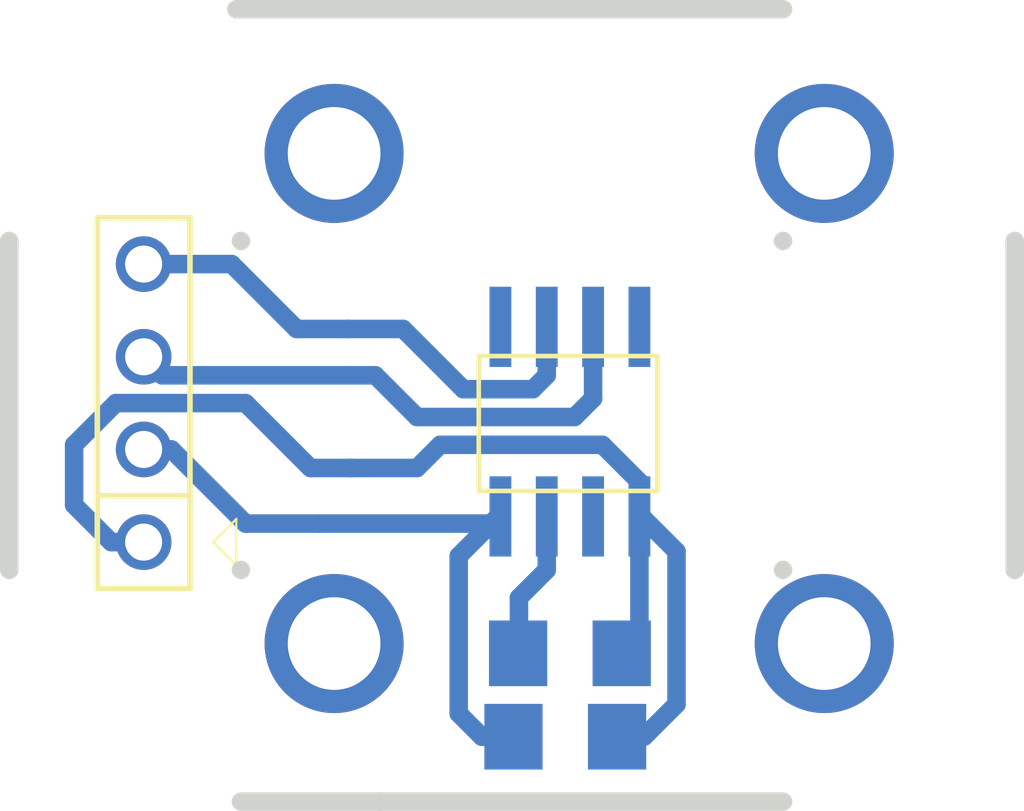
<source format=kicad_pcb>
(kicad_pcb (version 4) (host json2kicad_pcb "2020-09-29 22:27:32")

  (general
    (links 0)
    (no_connects 0)
    (area -93.853 -43.18 9.4996 9.4996)
    (thickness 1.6002)
    (drawings 0)
    (tracks 45)
    (zones 0)
    (modules 5)
    (nets 175)
  )

  (page A3)
  (title_block
    (date "30 dec 2015")
  )

  (layers
  (0 B.Cu signal)
  (1 Inner1.Cu signal)
  (2 Inner2.Cu signal)
  (15 F.Cu signal)
  (20 B.SilkS user)
  (21 F.SilkS user)
  (22 B.Paste user)
  (23 F.Paste user)
  (24 Dwgs.User user)
  (25 Cmts.User user)
  (26 Eco1.User user)
  (27 Eco2.User user)
  (28 Edge.Cuts user)
  (31 B.Cu signal)
  (32 B.Adhes user)
  (33 F.Adhes user)
  (34 B.Paste user)
  (35 F.Paste user)
  (36 B.SilkS user)
  (37 F.SilkS user)
  (38 B.Mask user)
  (39 F.Mask user)
  (40 Dwgs.User user)
  (41 Cmts.User user)
  (42 Eco1.User user)
  (43 Eco2.User user)
  (44 Edge.Cuts user)
  )

  (setup
(last_trace_width 0.254)
    (trace_clearance 0.254)
    (zone_clearance 0.508)
    (zone_45_only no)
    (trace_min 0.254)
    (segment_width 0.2)
    (edge_width 0.1)
    (via_size 1.19888)
    (via_drill 0.635)
    (via_min_size 0.889)
    (via_min_drill 0.508)
    (uvia_size 0.508)
    (uvia_drill 0.127)
    (uvias_allowed no)
    (uvia_min_size 0.508)
    (uvia_min_drill 0.127)
    (pcb_text_width 0.3)
    (pcb_text_size 1.5 1.5)
    (mod_edge_width 0.15)
    (mod_text_size 1 1)
    (mod_text_width 0.15)
    (pad_size 1.5 1.5)
    (pad_drill 0.6)
    (pad_to_mask_clearance 0)
    (aux_axis_origin 0 0)
    (visible_elements 7FFFFFFF)
    (pcbplotparams
      (layerselection 0x00030_80000001)
      (usegerberextensions true)
      (excludeedgelayer true)
      (linewidth 0.150000)
      (plotframeref false)
      (viasonmask false)
      (mode 1)
      (useauxorigin false)
      (hpglpennumber 1)
      (hpglpenspeed 20)
      (hpglpendiameter 15)
      (hpglpenoverlay 2)
      (psnegative false)
      (psa4output false)
      (plotreference true)
      (plotvalue true)
      (plotinvisibletext false)
      (padsonsilk false)
      (subtractmaskfromsilk false)
      (outputformat 1)
      (mirror false)
      (drillshape 1)
      (scaleselection 1)
      (outputdirectory ""))
  )

  (net 0 "")
  (net 1 "N-00001")
  (net 2 "N-00002")
  (net 3 "N-00003")
  (net 4 "N-00004")
  (net 5 "N-00005")
  (net 6 "N-00006")
  (net 7 "N-00007")
  (net 8 "N-00008")
  (net 9 "N-00009")
  (net 10 "N-00010")
  (net 11 "N-00011")
  (net 12 "N-00012")
  (net 13 "N-00013")
  (net 14 "N-00014")
  (net 15 "N-00015")
  (net 16 "N-00016")
  (net 17 "N-00017")
  (net 18 "N-00018")
  (net 19 "N-00019")
  (net 20 "N-00020")
  (net 21 "N-00021")
  (net 22 "N-00022")
  (net 23 "N-00023")
  (net 24 "N-00024")
  (net 25 "N-00025")
  (net 26 "N-00026")
  (net 27 "N-00027")
  (net 28 "N-00028")
  (net 29 "N-00029")
  (net 30 "N-00030")
  (net 31 "N-00031")
  (net 32 "N-00032")
  (net 33 "N-00033")
  (net 34 "N-00034")
  (net 35 "N-00035")
  (net 36 "N-00036")
  (net 37 "N-00037")
  (net 38 "N-00038")
  (net 39 "N-00039")
  (net 40 "N-00040")
  (net 41 "N-00041")
  (net 42 "N-00042")
  (net 43 "N-00043")
  (net 44 "N-00044")
  (net 45 "N-00045")
  (net 46 "N-00046")
  (net 47 "N-00047")
  (net 48 "N-00048")
  (net 49 "N-00049")
  (net 50 "N-00050")
  (net 51 "N-00051")
  (net 52 "N-00052")
  (net 82 "N-00082")
  (net 80 "N-00080")
  (net 55 "N-00055")
  (net 56 "N-00056")
  (net 57 "N-00057")
  (net 58 "N-00058")
  (net 59 "N-00059")
  (net 60 "N-00060")
  (net 61 "N-00061")
  (net 62 "N-00062")
  (net 63 "N-00063")
  (net 64 "N-00064")
  (net 65 "N-00065")
  (net 66 "N-00066")
  (net 67 "N-00067")
  (net 68 "N-00068")
  (net 81 "N-00081")
  (net 70 "N-00070")
  (net 71 "N-00071")
  (net 72 "N-00072")
  (net 73 "N-00073")
  (net 74 "N-00074")
  (net 75 "N-00075")
  (net 76 "N-00076")
  (net 77 "N-00077")
  (net 78 "N-00078")
  (net 79 "N-00079")
  (net 83 "N-00083")
  (net 84 "N-00084")
  (net 85 "N-00085")
  (net 86 "N-00086")
  (net 87 "N-00087")
  (net 88 "N-00088")
  (net 89 "N-00089")
  (net 90 "N-00090")
  (net 91 "N-00091")
  (net 92 "N-00092")
  (net 93 "N-00093")
  (net 94 "N-00094")
  (net 95 "N-00095")
  (net 96 "N-00096")
  (net 97 "N-00097")
  (net 98 "N-00098")
  (net 99 "N-00099")
  (net 100 "N-00100")
  (net 101 "N-00101")
  (net 102 "N-00102")
  (net 103 "N-00103")
  (net 104 "N-00104")
  (net 105 "N-00105")
  (net 106 "N-00106")
  (net 107 "N-00107")
  (net 108 "N-00108")
  (net 109 "N-00109")
  (net 110 "N-00110")
  (net 111 "N-00111")
  (net 112 "N-00112")
  (net 113 "N-00113")
  (net 114 "N-00114")
  (net 115 "N-00115")
  (net 116 "N-00116")
  (net 117 "N-00117")
  (net 118 "N-00118")
  (net 119 "N-00119")
  (net 120 "N-00120")
  (net 121 "N-00121")
  (net 122 "N-00122")
  (net 123 "N-00123")
  (net 124 "N-00124")
  (net 125 "N-00125")
  (net 126 "N-00126")
  (net 127 "N-00127")
  (net 128 "N-00128")
  (net 129 "N-00129")
  (net 130 "N-00130")
  (net 131 "N-00131")
  (net 132 "N-00132")
  (net 133 "N-00133")
  (net 134 "N-00134")
  (net 135 "N-00135")
  (net 136 "N-00136")
  (net 137 "N-00137")
  (net 138 "N-00138")
  (net 139 "N-00139")
  (net 140 "N-00140")
  (net 141 "N-00141")
  (net 142 "N-00142")
  (net 143 "N-00143")
  (net 144 "N-00144")
  (net 145 "N-00145")
  (net 146 "N-00146")
  (net 147 "N-00147")
  (net 148 "N-00148")
  (net 149 "N-00149")
  (net 150 "N-00150")
  (net 151 "N-00151")
  (net 152 "N-00152")
  (net 153 "N-00153")
  (net 154 "N-00154")
  (net 155 "N-00155")
  (net 156 "N-00156")
  (net 159 "N-00159")
  (net 160 "N-00160")
  (net 161 "N-00161")
  (net 162 "N-00162")
  (net 163 "N-00163")
  (net 164 "N-00164")
  (net 165 "N-00165")
  (net 166 "N-00166")
  (net 167 "N-00167")
  (net 168 "N-00168")
  (net 169 "N-00169")
  (net 170 "N-00170")
  (net 171 "N-00171")
  (net 172 "N-00172")
  (net 173 "N-00173")
  (net 174 "N-00174")
  (net 175 "N-00175")
  (net 176 "N-00176")
  (net 177 "N-00177")
  (net 178 "N-00178")
  (net 179 "N-00179")

  (net_class Default "This is the default net class."
    (via_dia 1.19888)
    (via_drill 0.635)
    (uvia_drill 0.127)
    (trace_width 0.254)
    (uvia_dia 0.508)
    (clearance 0.254)
    (add_net "")
    (add_net "N-00001")
    (add_net "N-00002")
    (add_net "N-00003")
    (add_net "N-00004")
    (add_net "N-00005")
    (add_net "N-00006")
    (add_net "N-00007")
    (add_net "N-00008")
    (add_net "N-00009")
    (add_net "N-00010")
    (add_net "N-00011")
    (add_net "N-00012")
    (add_net "N-00013")
    (add_net "N-00014")
    (add_net "N-00015")
    (add_net "N-00016")
    (add_net "N-00017")
    (add_net "N-00018")
    (add_net "N-00019")
    (add_net "N-00020")
    (add_net "N-00021")
    (add_net "N-00022")
    (add_net "N-00023")
    (add_net "N-00024")
    (add_net "N-00025")
    (add_net "N-00026")
    (add_net "N-00027")
    (add_net "N-00028")
    (add_net "N-00029")
    (add_net "N-00030")
    (add_net "N-00031")
    (add_net "N-00032")
    (add_net "N-00033")
    (add_net "N-00034")
    (add_net "N-00035")
    (add_net "N-00036")
    (add_net "N-00037")
    (add_net "N-00038")
    (add_net "N-00039")
    (add_net "N-00040")
    (add_net "N-00041")
    (add_net "N-00042")
    (add_net "N-00043")
    (add_net "N-00044")
    (add_net "N-00045")
    (add_net "N-00046")
    (add_net "N-00047")
    (add_net "N-00048")
    (add_net "")
    (add_net "N-00050")
    (add_net "N-00051")
    (add_net "N-00052")
    (add_net "N-00055")
    (add_net "N-00056")
    (add_net "N-00057")
    (add_net "N-00058")
    (add_net "N-00059")
    (add_net "N-00060")
    (add_net "N-00061")
    (add_net "N-00062")
    (add_net "N-00063")
    (add_net "N-00064")
    (add_net "N-00065")
    (add_net "N-00066")
    (add_net "N-00067")
    (add_net "N-00068")
    (add_net "N-00070")
    (add_net "N-00071")
    (add_net "N-00072")
    (add_net "N-00073")
    (add_net "N-00074")
    (add_net "N-00075")
    (add_net "N-00076")
    (add_net "N-00077")
    (add_net "N-00078")
    (add_net "N-00079")
    (add_net "N-00080")
    (add_net "N-00081")
    (add_net "N-00082")
    (add_net "N-00083")
    (add_net "N-00084")
    (add_net "N-00085")
    (add_net "N-00086")
    (add_net "N-00087")
    (add_net "N-00088")
    (add_net "N-00089")
    (add_net "N-00090")
    (add_net "N-00091")
    (add_net "N-00092")
    (add_net "N-00093")
    (add_net "N-00094")
    (add_net "N-00095")
    (add_net "N-00096")
    (add_net "N-00097")
    (add_net "N-00098")
    (add_net "N-00099")
    (add_net "N-00100")
    (add_net "N-00101")
    (add_net "N-00102")
    (add_net "N-00103")
    (add_net "N-00104")
    (add_net "N-00105")
    (add_net "N-00106")
    (add_net "N-00107")
    (add_net "N-00108")
    (add_net "N-00109")
    (add_net "N-00110")
    (add_net "N-00111")
    (add_net "N-00112")
    (add_net "N-00113")
    (add_net "N-00114")
    (add_net "N-00115")
    (add_net "N-00116")
    (add_net "N-00117")
    (add_net "N-00118")
    (add_net "N-00119")
    (add_net "N-00120")
    (add_net "N-00121")
    (add_net "N-00122")
    (add_net "N-00123")
    (add_net "N-00124")
    (add_net "N-00125")
    (add_net "N-00126")
    (add_net "N-00127")
    (add_net "N-00128")
    (add_net "N-00129")
    (add_net "N-00130")
    (add_net "N-00131")
    (add_net "N-00132")
    (add_net "N-00133")
    (add_net "N-00134")
    (add_net "N-00135")
    (add_net "N-00136")
    (add_net "N-00137")
    (add_net "N-00138")
    (add_net "N-00139")
    (add_net "N-00140")
    (add_net "N-00141")
    (add_net "N-00142")
    (add_net "N-00143")
    (add_net "N-00144")
    (add_net "N-00145")
    (add_net "N-00146")
    (add_net "N-00147")
    (add_net "N-00148")
    (add_net "N-00149")
    (add_net "N-00150")
    (add_net "N-00151")
    (add_net "N-00152")
    (add_net "N-00153")
    (add_net "N-00154")
    (add_net "N-00155")
    (add_net "N-00156")
    (add_net "N-00159")
    (add_net "N-00160")
    (add_net "N-00161")
    (add_net "N-00162")
    (add_net "N-00163")
    (add_net "N-00164")
    (add_net "N-00165")
    (add_net "N-00166")
    (add_net "N-00167")
    (add_net "N-00168")
    (add_net "N-00169")
    (add_net "N-00170")
    (add_net "N-00171")
    (add_net "N-00172")
    (add_net "N-00173")
    (add_net "N-00174")
    (add_net "N-00175")
    (add_net "N-00176")
    (add_net "N-00177")
    (add_net "N-00178")
    (add_net "N-00179")
    (add_net "N-00108")
    (add_net "N-00109")
    (add_net "N-00102")
    (add_net "N-00103")
    (add_net "N-00100")
    (add_net "N-00101")
    (add_net "N-00106")
    (add_net "N-00107")
    (add_net "N-00104")
    (add_net "N-00105")
    (add_net "N-00039")
    (add_net "N-00038")
    (add_net "N-00033")
    (add_net "N-00032")
    (add_net "N-00031")
    (add_net "N-00030")
    (add_net "N-00037")
    (add_net "N-00036")
    (add_net "N-00035")
    (add_net "N-00034")
    (add_net "N-00049")
    (add_net "N-00006")
    (add_net "N-00099")
    (add_net "N-00098")
    (add_net "N-00091")
    (add_net "N-00090")
    (add_net "N-00093")
    (add_net "N-00092")
    (add_net "N-00095")
    (add_net "N-00094")
    (add_net "N-00097")
    (add_net "N-00096")
    (add_net "N-00001")
    (add_net "N-00146")
    (add_net "N-00147")
    (add_net "N-00144")
    (add_net "N-00145")
    (add_net "N-00142")
    (add_net "N-00143")
    (add_net "N-00140")
    (add_net "N-00141")
    (add_net "N-00148")
    (add_net "N-00149")
    (add_net "N-00133")
    (add_net "N-00132")
    (add_net "N-00131")
    (add_net "N-00130")
    (add_net "N-00137")
    (add_net "N-00136")
    (add_net "N-00135")
    (add_net "N-00134")
    (add_net "N-00139")
    (add_net "N-00138")
    (add_net "N-00024")
    (add_net "N-00025")
    (add_net "N-00026")
    (add_net "N-00027")
    (add_net "N-00020")
    (add_net "N-00021")
    (add_net "N-00022")
    (add_net "N-00023")
    (add_net "N-00028")
    (add_net "N-00029")
    (add_net "N-00088")
    (add_net "N-00089")
    (add_net "N-00082")
    (add_net "N-00083")
    (add_net "N-00080")
    (add_net "N-00081")
    (add_net "N-00086")
    (add_net "N-00087")
    (add_net "N-00084")
    (add_net "N-00085")
    (add_net "N-00007")
    (add_net "N-00179")
    (add_net "N-00178")
    (add_net "N-00177")
    (add_net "N-00176")
    (add_net "N-00175")
    (add_net "N-00174")
    (add_net "N-00173")
    (add_net "N-00172")
    (add_net "N-00171")
    (add_net "N-00170")
    (add_net "N-00002")
    (add_net "N-00011")
    (add_net "N-00010")
    (add_net "N-00013")
    (add_net "N-00012")
    (add_net "N-00015")
    (add_net "N-00014")
    (add_net "N-00017")
    (add_net "N-00016")
    (add_net "N-00019")
    (add_net "N-00018")
    (add_net "N-00077")
    (add_net "N-00076")
    (add_net "N-00075")
    (add_net "N-00074")
    (add_net "N-00073")
    (add_net "N-00072")
    (add_net "N-00071")
    (add_net "N-00070")
    (add_net "N-00079")
    (add_net "N-00078")
    (add_net "N-00008")
    (add_net "N-00120")
    (add_net "N-00121")
    (add_net "N-00122")
    (add_net "N-00123")
    (add_net "N-00124")
    (add_net "N-00125")
    (add_net "N-00126")
    (add_net "N-00127")
    (add_net "N-00128")
    (add_net "N-00129")
    (add_net "N-00003")
    (add_net "N-00060")
    (add_net "N-00061")
    (add_net "N-00062")
    (add_net "N-00063")
    (add_net "N-00064")
    (add_net "N-00065")
    (add_net "N-00066")
    (add_net "N-00067")
    (add_net "N-00068")
    (add_net "N-00168")
    (add_net "N-00169")
    (add_net "N-00164")
    (add_net "N-00165")
    (add_net "N-00166")
    (add_net "N-00167")
    (add_net "N-00160")
    (add_net "N-00161")
    (add_net "N-00162")
    (add_net "N-00163")
    (add_net "N-00009")
    (add_net "N-00004")
    (add_net "N-00059")
    (add_net "N-00058")
    (add_net "N-00055")
    (add_net "N-00057")
    (add_net "N-00056")
    (add_net "N-00051")
    (add_net "N-00050")
    (add_net "N-00052")
    (add_net "N-00115")
    (add_net "N-00114")
    (add_net "N-00117")
    (add_net "N-00116")
    (add_net "N-00111")
    (add_net "N-00110")
    (add_net "N-00113")
    (add_net "N-00112")
    (add_net "N-00119")
    (add_net "N-00118")
    (add_net "N-00151")
    (add_net "N-00150")
    (add_net "N-00153")
    (add_net "N-00152")
    (add_net "N-00155")
    (add_net "N-00154")
    (add_net "N-00156")
    (add_net "N-00159")
    (add_net "N-00048")
    (add_net "N-00049")
    (add_net "N-00046")
    (add_net "N-00047")
    (add_net "N-00044")
    (add_net "N-00045")
    (add_net "N-00042")
    (add_net "N-00043")
    (add_net "N-00040")
    (add_net "N-00041")
    (add_net "N-00005")
  )
  (segment (start -76.454 -23.241) (end -75.565 -24.13) (width 0.508) (layer F.Cu) (net 153))
  (gr_line (start -72.644 -27.813) (end -72.644 -27.813) (angle -90.00) (width 0.508) (layer Edge.Cuts))
  (gr_line (start -72.644 -36.83) (end -72.644 -36.83) (angle -90.00) (width 0.508) (layer Edge.Cuts))
  (segment (start -75.565 -24.13) (end -75.565 -28.321) (width 0.508) (layer F.Cu) (net 153))
  (gr_line (start -66.294 -36.83) (end -66.294 -27.813) (angle 51566.20) (width 0.508) (layer Edge.Cuts))
  (module "meow_gopro_bot_screw"
    (layer "F.Cu")
    (tedit 0)
    (tstamp 0)
    (at -78.232 -32.512 -135.00)
    (fp_text reference "x"
      (at 0.0 0.0 0.00)
      (layer F.SilkS)
      (effects (font (size 0.0 0.0)
        (thickness 0.0)))
    )
    (fp_text reference "screw"
      (at 0.0 0.0 0.00)
      (layer F.SilkS)
      (effects (font (size 0.0 0.0)
        (thickness 0.0)))
    )
    (pad S0 thru_hole oval (at 0.0 9.4996 -135.00) (size 3.81 3.81) (drill 2.54) (layers "B.Cu" "Inner1.Cu" "Inner2.Cu" "F.Cu" "B.Paste" "F.Paste") (net 129 N-00129))
    (pad S1 thru_hole oval (at 9.4996 0.0 -135.00) (size 3.81 3.81) (drill 2.54) (layers "B.Cu" "Inner1.Cu" "Inner2.Cu" "F.Cu" "B.Paste" "F.Paste") (net 130 N-00130))
    (pad S2 thru_hole oval (at 0.0 -9.4996 -135.00) (size 3.81 3.81) (drill 2.54) (layers "B.Cu" "Inner1.Cu" "Inner2.Cu" "F.Cu" "B.Paste" "F.Paste") (net 131 N-00131))
    (pad S3 thru_hole oval (at -9.4996 0.0 -135.00) (size 3.81 3.81) (drill 2.54) (layers "B.Cu" "Inner1.Cu" "Inner2.Cu" "F.Cu" "B.Paste" "F.Paste") (net 132 N-00132))
  )

  (gr_line (start -83.693 -21.463) (end -72.644 -21.463) (angle 51566.20) (width 0.508) (layer Edge.Cuts))
  (gr_line (start -83.693 -43.18) (end -72.644 -43.18) (angle 51566.20) (width 0.508) (layer Edge.Cuts))
  (module "SOIC-8"
    (layer "F.Cu")
    (tedit 0)
    (tstamp 0)
    (at -78.486 -31.877 0.00)
    (fp_text reference "enc"
      (at -1.905 0.0 0.00)
      (layer Eco1.User)
      (effects (font (size 1.27 0.0)
        (thickness 0.0)))
    )
    (fp_text value "as5600"
      (at -1.905 0.0 0.00)
      (layer Eco1.User)
      (effects (font (size 1.27 0.0)
        (thickness 0.0)))
    )
    (fp_line (start 2.39776 -1.89992) (end 2.39776 1.39954) (layer Cmts.User) (width 0.2032))
    (fp_line (start 2.39776 1.39954) (end 2.39776 1.89992) (layer Cmts.User) (width 0.2032))
    (fp_line (start 2.39776 1.89992) (end -2.39776 1.89992) (layer Cmts.User) (width 0.2032))
    (fp_line (start -2.39776 1.89992) (end -2.39776 1.39954) (layer Cmts.User) (width 0.2032))
    (fp_line (start -2.39776 1.39954) (end -2.39776 -1.89992) (layer Cmts.User) (width 0.2032))
    (fp_line (start -2.39776 -1.89992) (end 2.39776 -1.89992) (layer Cmts.User) (width 0.2032))
    (fp_line (start 2.39776 1.39954) (end -2.39776 1.39954) (layer Cmts.User) (width 0.2032))
    (fp_line (start -2.49936 -1.79832) (end 2.39776 -1.79832) (layer F.SilkS) (width 0.127))
    (fp_line (start 2.39776 -1.79832) (end 2.39776 1.89992) (layer F.SilkS) (width 0.127))
    (fp_line (start 2.39776 1.89992) (end -2.49936 1.89992) (layer F.SilkS) (width 0.127))
    (fp_line (start -2.49936 1.89992) (end -2.49936 -1.79832) (layer F.SilkS) (width 0.127))
    (fp_line (start -2.14884 3.0988) (end -1.65862 3.0988) (layer Cmts.User) (width 0.127))
    (fp_line (start -1.65862 3.0988) (end -1.65862 1.99898) (layer Cmts.User) (width 0.127))
    (fp_line (start -1.65862 1.99898) (end -2.14884 1.99898) (layer Cmts.User) (width 0.127))
    (fp_line (start -2.14884 1.99898) (end -2.14884 3.0988) (layer Cmts.User) (width 0.127))
    (fp_line (start -0.87884 3.0988) (end -0.38862 3.0988) (layer Cmts.User) (width 0.127))
    (fp_line (start -0.38862 3.0988) (end -0.38862 1.99898) (layer Cmts.User) (width 0.127))
    (fp_line (start -0.38862 1.99898) (end -0.87884 1.99898) (layer Cmts.User) (width 0.127))
    (fp_line (start -0.87884 1.99898) (end -0.87884 3.0988) (layer Cmts.User) (width 0.127))
    (fp_line (start 0.38862 3.0988) (end 0.87884 3.0988) (layer Cmts.User) (width 0.127))
    (fp_line (start 0.87884 3.0988) (end 0.87884 1.99898) (layer Cmts.User) (width 0.127))
    (fp_line (start 0.87884 1.99898) (end 0.38862 1.99898) (layer Cmts.User) (width 0.127))
    (fp_line (start 0.38862 1.99898) (end 0.38862 3.0988) (layer Cmts.User) (width 0.127))
    (fp_line (start 1.65862 3.0988) (end 2.14884 3.0988) (layer Cmts.User) (width 0.127))
    (fp_line (start 2.14884 3.0988) (end 2.14884 1.99898) (layer Cmts.User) (width 0.127))
    (fp_line (start 2.14884 1.99898) (end 1.65862 1.99898) (layer Cmts.User) (width 0.127))
    (fp_line (start 1.65862 1.99898) (end 1.65862 3.0988) (layer Cmts.User) (width 0.127))
    (fp_line (start 1.65862 -1.99898) (end 2.14884 -1.99898) (layer Cmts.User) (width 0.127))
    (fp_line (start 2.14884 -1.99898) (end 2.14884 -3.0988) (layer Cmts.User) (width 0.127))
    (fp_line (start 2.14884 -3.0988) (end 1.65862 -3.0988) (layer Cmts.User) (width 0.127))
    (fp_line (start 1.65862 -3.0988) (end 1.65862 -1.99898) (layer Cmts.User) (width 0.127))
    (fp_line (start 0.38862 -1.99898) (end 0.87884 -1.99898) (layer Cmts.User) (width 0.127))
    (fp_line (start 0.87884 -1.99898) (end 0.87884 -3.0988) (layer Cmts.User) (width 0.127))
    (fp_line (start 0.87884 -3.0988) (end 0.38862 -3.0988) (layer Cmts.User) (width 0.127))
    (fp_line (start 0.38862 -3.0988) (end 0.38862 -1.99898) (layer Cmts.User) (width 0.127))
    (fp_line (start -0.87884 -1.99898) (end -0.38862 -1.99898) (layer Cmts.User) (width 0.127))
    (fp_line (start -0.38862 -1.99898) (end -0.38862 -3.0988) (layer Cmts.User) (width 0.127))
    (fp_line (start -0.38862 -3.0988) (end -0.87884 -3.0988) (layer Cmts.User) (width 0.127))
    (fp_line (start -0.87884 -3.0988) (end -0.87884 -1.99898) (layer Cmts.User) (width 0.127))
    (fp_line (start -2.14884 -1.99898) (end -1.65862 -1.99898) (layer Cmts.User) (width 0.127))
    (fp_line (start -1.65862 -1.99898) (end -1.65862 -3.0988) (layer Cmts.User) (width 0.127))
    (fp_line (start -1.65862 -3.0988) (end -2.14884 -3.0988) (layer Cmts.User) (width 0.127))
    (fp_line (start -2.14884 -3.0988) (end -2.14884 -1.99898) (layer Cmts.User) (width 0.127))
    (pad 2 smd rect (at -0.635 2.59842 0.00) (size 0.59944 2.19964) (drill 0.0) (layers "F.Cu" "F.Paste") (net 149 N-00149))
    (pad 7 smd rect (at -0.635 -2.59842 0.00) (size 0.59944 2.19964) (drill 0.0) (layers "F.Cu" "F.Paste") (net 150 N-00150))
    (pad 1 smd rect (at -1.905 2.59842 0.00) (size 0.59944 2.19964) (drill 0.0) (layers "F.Cu" "F.Paste") (net 151 N-00151))
    (pad 3 smd rect (at 0.635 2.59842 0.00) (size 0.59944 2.19964) (drill 0.0) (layers "F.Cu" "F.Paste") (net 152 N-00152))
    (pad 4 smd rect (at 1.905 2.59842 0.00) (size 0.59944 2.19964) (drill 0.0) (layers "F.Cu" "F.Paste") (net 153 N-00153))
    (pad 8 smd rect (at -1.905 -2.59842 0.00) (size 0.59944 2.19964) (drill 0.0) (layers "F.Cu" "F.Paste") (net 154 N-00154))
    (pad 6 smd rect (at 0.635 -2.59842 0.00) (size 0.59944 2.19964) (drill 0.0) (layers "F.Cu" "F.Paste") (net 155 N-00155))
    (pad 5 smd rect (at 1.905 -2.59842 0.00) (size 0.59944 2.19964) (drill 0.0) (layers "F.Cu" "F.Paste") (net 156 N-00156))
  )

  (segment (start -81.534 -28.194) (end -80.391 -29.337) (width 0.508) (layer F.Cu) (net 151))
  (module "C1206"
    (layer "F.Cu")
    (tedit 0)
    (tstamp 0)
    (at -78.613 -23.241 0.00)
    (fp_text reference "C0"
      (at -0.635 0.0 0.00)
      (layer Eco1.User)
      (effects (font (size 1.27 0.0)
        (thickness 0.0)))
    )
    (fp_text value "100nF"
      (at 3.175 0.0 0.00)
      (layer Eco1.User)
      (effects (font (size 1.27 0.0)
        (thickness 0.0)))
    )
    (fp_line (start 0.9525 0.8128) (end -0.9652 0.8128) (layer Cmts.User) (width 0.1524))
    (fp_line (start 0.9525 -0.8128) (end -0.9652 -0.8128) (layer Cmts.User) (width 0.1524))
    (fp_line (start -1.6891 0.8763) (end -0.9525 0.8763) (layer Cmts.User) (width 0.127))
    (fp_line (start -0.9525 0.8763) (end -0.9525 -0.8763) (layer Cmts.User) (width 0.127))
    (fp_line (start -0.9525 -0.8763) (end -1.6891 -0.8763) (layer Cmts.User) (width 0.127))
    (fp_line (start -1.6891 -0.8763) (end -1.6891 0.8763) (layer Cmts.User) (width 0.127))
    (fp_line (start 0.9525 0.8763) (end 1.6891 0.8763) (layer Cmts.User) (width 0.127))
    (fp_line (start 1.6891 0.8763) (end 1.6891 -0.8763) (layer Cmts.User) (width 0.127))
    (fp_line (start 1.6891 -0.8763) (end 0.9525 -0.8763) (layer Cmts.User) (width 0.127))
    (fp_line (start 0.9525 -0.8763) (end 0.9525 0.8763) (layer Cmts.User) (width 0.127))
    (pad 2 smd rect (at 1.41986 0.0 0.00) (size 1.59766 1.80086) (drill 0.0) (layers "F.Cu" "F.Paste") (net 153 N-00153))
    (pad 1 smd rect (at -1.41986 0.0 0.00) (size 1.59766 1.80086) (drill 0.0) (layers "F.Cu" "F.Paste") (net 151 N-00151))
  )

  (segment (start -81.407 -32.766) (end -83.058 -34.417) (width 0.508) (layer F.Cu) (net 150))
  (segment (start -83.058 -34.417) (end -84.582 -34.417) (width 0.508) (layer F.Cu) (net 150))
  (segment (start -79.121 -33.147) (end -79.502 -32.766) (width 0.508) (layer F.Cu) (net 150))
  (segment (start -79.121 -34.417) (end -79.121 -33.147) (width 0.508) (layer F.Cu) (net 150))
  (segment (start -79.502 -32.766) (end -81.407 -32.766) (width 0.508) (layer F.Cu) (net 150))
  (module "HEADER_PRG_1X04"
    (layer "F.Cu")
    (tedit 0)
    (tstamp 0)
    (at -90.17 -32.385 90.00)
    (fp_text reference "CONN"
      (at -0.9525 0.0 0.00)
      (layer Eco1.User)
      (effects (font (size 1.27 0.0)
        (thickness 0.0)))
    )
    (fp_text value "VGCD"
      (at 0.0 0.0 0.00)
      (layer Eco1.User)
      (effects (font (size 0.0 0.0)
        (thickness 0.0)))
    )
    (fp_line (start -5.08 1.27) (end -5.08 -1.27) (layer F.SilkS) (width 0.1524))
    (fp_line (start -5.08 -1.27) (end -2.54 -1.27) (layer F.SilkS) (width 0.1524))
    (fp_line (start -2.54 -1.27) (end 5.08 -1.27) (layer F.SilkS) (width 0.1524))
    (fp_line (start 5.08 -1.27) (end 5.08 1.27) (layer F.SilkS) (width 0.1524))
    (fp_line (start 5.08 1.27) (end -2.54 1.27) (layer F.SilkS) (width 0.1524))
    (fp_line (start -2.54 1.27) (end -5.08 1.27) (layer F.SilkS) (width 0.1524))
    (fp_line (start -2.54 1.27) (end -2.54 -1.27) (layer F.SilkS) (width 0.1524))
    (fp_line (start -3.81 1.905) (end -4.445 2.54) (layer F.SilkS) (width 0.06096))
    (fp_line (start -4.445 2.54) (end -3.175 2.54) (layer F.SilkS) (width 0.06096))
    (fp_line (start -3.175 2.54) (end -3.81 1.905) (layer F.SilkS) (width 0.06096))
    (fp_line (start 3.556 0.254) (end 4.064 0.254) (layer Dwgs.User) (width 0.127))
    (fp_line (start 4.064 0.254) (end 4.064 -0.254) (layer Dwgs.User) (width 0.127))
    (fp_line (start 4.064 -0.254) (end 3.556 -0.254) (layer Dwgs.User) (width 0.127))
    (fp_line (start 3.556 -0.254) (end 3.556 0.254) (layer Dwgs.User) (width 0.127))
    (fp_line (start 1.016 0.254) (end 1.524 0.254) (layer Dwgs.User) (width 0.127))
    (fp_line (start 1.524 0.254) (end 1.524 -0.254) (layer Dwgs.User) (width 0.127))
    (fp_line (start 1.524 -0.254) (end 1.016 -0.254) (layer Dwgs.User) (width 0.127))
    (fp_line (start 1.016 -0.254) (end 1.016 0.254) (layer Dwgs.User) (width 0.127))
    (fp_line (start -1.524 0.254) (end -1.016 0.254) (layer Dwgs.User) (width 0.127))
    (fp_line (start -1.016 0.254) (end -1.016 -0.254) (layer Dwgs.User) (width 0.127))
    (fp_line (start -1.016 -0.254) (end -1.524 -0.254) (layer Dwgs.User) (width 0.127))
    (fp_line (start -1.524 -0.254) (end -1.524 0.254) (layer Dwgs.User) (width 0.127))
    (fp_line (start -4.064 0.254) (end -3.556 0.254) (layer Dwgs.User) (width 0.127))
    (fp_line (start -3.556 0.254) (end -3.556 -0.254) (layer Dwgs.User) (width 0.127))
    (fp_line (start -3.556 -0.254) (end -4.064 -0.254) (layer Dwgs.User) (width 0.127))
    (fp_line (start -4.064 -0.254) (end -4.064 0.254) (layer Dwgs.User) (width 0.127))
    (pad 1 thru_hole oval (at -3.81 0.0 90.00) (size 1.524 1.524) (drill 1.016) (layers "B.Cu" "Inner1.Cu" "Inner2.Cu" "F.Cu" "B.Paste" "F.Paste") (net 153 N-00153))
    (pad 2 thru_hole oval (at -1.27 0.0 90.00) (size 1.524 1.524) (drill 1.016) (layers "B.Cu" "Inner1.Cu" "Inner2.Cu" "F.Cu" "B.Paste" "F.Paste") (net 151 N-00151))
    (pad 3 thru_hole oval (at 1.27 0.0 90.00) (size 1.524 1.524) (drill 1.016) (layers "B.Cu" "Inner1.Cu" "Inner2.Cu" "F.Cu" "B.Paste" "F.Paste") (net 155 N-00155))
    (pad 4 thru_hole oval (at 3.81 0.0 90.00) (size 1.524 1.524) (drill 1.016) (layers "B.Cu" "Inner1.Cu" "Inner2.Cu" "F.Cu" "B.Paste" "F.Paste") (net 150 N-00150))
  )

  (segment (start -84.582 -30.607) (end -82.677 -30.607) (width 0.508) (layer F.Cu) (net 153))
  (segment (start -82.677 -30.607) (end -82.042 -31.242) (width 0.508) (layer F.Cu) (net 153))
  (segment (start -82.042 -31.242) (end -77.597 -31.242) (width 0.508) (layer F.Cu) (net 153))
  (segment (start -77.597 -31.242) (end -76.581 -30.226) (width 0.508) (layer F.Cu) (net 153))
  (segment (start -76.581 -30.226) (end -76.581 -29.337) (width 0.508) (layer F.Cu) (net 153))
  (segment (start -81.534 -23.876) (end -81.534 -28.194) (width 0.508) (layer F.Cu) (net 151))
  (segment (start -80.899 -23.241) (end -81.534 -23.876) (width 0.508) (layer F.Cu) (net 151))
  (segment (start -79.883 -23.241) (end -80.899 -23.241) (width 0.508) (layer F.Cu) (net 151))
  (segment (start -75.565 -28.321) (end -76.581 -29.337) (width 0.508) (layer F.Cu) (net 153))
  (segment (start -85.344 -29.083) (end -80.645 -29.083) (width 0.508) (layer F.Cu) (net 151))
  (segment (start -80.645 -29.083) (end -80.391 -29.337) (width 0.508) (layer F.Cu) (net 151))
  (segment (start -84.582 -33.147) (end -83.82 -33.147) (width 0.508) (layer F.Cu) (net 155))
  (segment (start -83.82 -33.147) (end -82.677 -32.004) (width 0.508) (layer F.Cu) (net 155))
  (segment (start -82.677 -32.004) (end -78.359 -32.004) (width 0.508) (layer F.Cu) (net 155))
  (segment (start -78.359 -32.004) (end -77.851 -32.512) (width 0.508) (layer F.Cu) (net 155))
  (segment (start -77.851 -32.512) (end -77.851 -34.417) (width 0.508) (layer F.Cu) (net 155))
  (module "C1206"
    (layer "F.Cu")
    (tedit 0)
    (tstamp 0)
    (at -78.486 -25.527 0.00)
    (fp_text reference "C1"
      (at -0.635 0.0 0.00)
      (layer Eco1.User)
      (effects (font (size 1.27 0.0)
        (thickness 0.0)))
    )
    (fp_text value "1uF"
      (at 3.175 0.0 0.00)
      (layer Eco1.User)
      (effects (font (size 1.27 0.0)
        (thickness 0.0)))
    )
    (fp_line (start 0.9525 0.8128) (end -0.9652 0.8128) (layer Cmts.User) (width 0.1524))
    (fp_line (start 0.9525 -0.8128) (end -0.9652 -0.8128) (layer Cmts.User) (width 0.1524))
    (fp_line (start -1.6891 0.8763) (end -0.9525 0.8763) (layer Cmts.User) (width 0.127))
    (fp_line (start -0.9525 0.8763) (end -0.9525 -0.8763) (layer Cmts.User) (width 0.127))
    (fp_line (start -0.9525 -0.8763) (end -1.6891 -0.8763) (layer Cmts.User) (width 0.127))
    (fp_line (start -1.6891 -0.8763) (end -1.6891 0.8763) (layer Cmts.User) (width 0.127))
    (fp_line (start 0.9525 0.8763) (end 1.6891 0.8763) (layer Cmts.User) (width 0.127))
    (fp_line (start 1.6891 0.8763) (end 1.6891 -0.8763) (layer Cmts.User) (width 0.127))
    (fp_line (start 1.6891 -0.8763) (end 0.9525 -0.8763) (layer Cmts.User) (width 0.127))
    (fp_line (start 0.9525 -0.8763) (end 0.9525 0.8763) (layer Cmts.User) (width 0.127))
    (pad 2 smd rect (at 1.41986 0.0 0.00) (size 1.59766 1.80086) (drill 0.0) (layers "F.Cu" "F.Paste") (net 153 N-00153))
    (pad 1 smd rect (at -1.41986 0.0 0.00) (size 1.59766 1.80086) (drill 0.0) (layers "F.Cu" "F.Paste") (net 149 N-00149))
  )

  (segment (start -79.121 -29.337) (end -79.121 -27.813) (width 0.508) (layer F.Cu) (net 149))
  (segment (start -79.121 -27.813) (end -79.883 -27.051) (width 0.508) (layer F.Cu) (net 149))
  (segment (start -79.883 -27.051) (end -79.883 -25.654) (width 0.508) (layer F.Cu) (net 149))
  (segment (start -76.581 -29.337) (end -76.581 -26.162) (width 0.508) (layer F.Cu) (net 153))
  (segment (start -76.581 -26.162) (end -77.089 -25.654) (width 0.508) (layer F.Cu) (net 153))
  (segment (start -77.089 -23.241) (end -76.454 -23.241) (width 0.508) (layer F.Cu) (net 153))
  (segment (start -89.408 -31.115) (end -90.17 -31.115) (width 0.508) (layer F.Cu) (net 151))
  (segment (start -87.376 -29.083) (end -89.408 -31.115) (width 0.508) (layer F.Cu) (net 151))
  (segment (start -85.344 -29.083) (end -87.376 -29.083) (width 0.508) (layer F.Cu) (net 151))
  (segment (start -85.598 -30.607) (end -84.455 -30.607) (width 0.508) (layer F.Cu) (net 153))
  (gr_line (start -87.503 -36.83) (end -87.503 -36.83) (angle -90.00) (width 0.508) (layer Edge.Cuts))
  (segment (start -87.376 -32.385) (end -85.598 -30.607) (width 0.508) (layer F.Cu) (net 153))
  (segment (start -90.932 -32.385) (end -87.376 -32.385) (width 0.508) (layer F.Cu) (net 153))
  (gr_line (start -87.503 -27.813) (end -87.503 -27.813) (angle -90.00) (width 0.508) (layer Edge.Cuts))
  (gr_line (start -83.693 -43.18) (end -87.63 -43.18) (angle 51566.20) (width 0.508) (layer Edge.Cuts))
  (gr_line (start -93.853 -36.83) (end -93.853 -27.813) (angle 51566.20) (width 0.508) (layer Edge.Cuts))
  (gr_line (start -83.693 -21.463) (end -87.503 -21.463) (angle 51566.20) (width 0.508) (layer Edge.Cuts))
  (segment (start -84.582 -34.417) (end -85.979 -34.417) (width 0.508) (layer F.Cu) (net 150))
  (segment (start -85.979 -34.417) (end -87.757 -36.195) (width 0.508) (layer F.Cu) (net 150))
  (segment (start -87.757 -36.195) (end -90.17 -36.195) (width 0.508) (layer F.Cu) (net 150))
  (segment (start -84.582 -33.147) (end -89.662 -33.147) (width 0.508) (layer F.Cu) (net 155))
  (segment (start -89.662 -33.147) (end -90.17 -33.655) (width 0.508) (layer F.Cu) (net 155))
  (segment (start -90.17 -28.575) (end -91.059 -28.575) (width 0.508) (layer F.Cu) (net 153))
  (segment (start -91.059 -28.575) (end -92.075 -29.591) (width 0.508) (layer F.Cu) (net 153))
  (segment (start -92.075 -29.591) (end -92.075 -31.242) (width 0.508) (layer F.Cu) (net 153))
  (segment (start -92.075 -31.242) (end -90.932 -32.385) (width 0.508) (layer F.Cu) (net 153))
)

</source>
